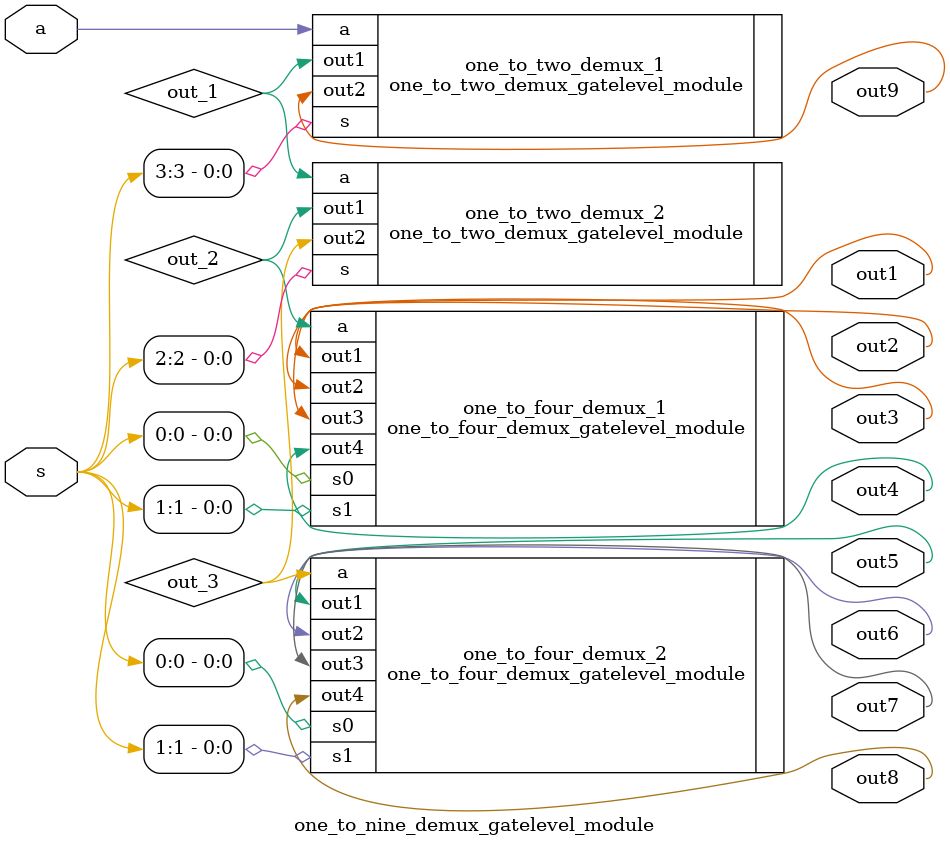
<source format=v>
module one_to_nine_demux_gatelevel_module (a, s, out1,out2,out3,out4,out5,out6,out7,out8,out9);
	input a;
    input [3:0] s;
    output out1;
    output out2;
    output out3;
    output out4;
    output out5;
    output out6;
    output out7;
    output out8;
    output out9;

    wire out_1,out_2,out_3;
    one_to_two_demux_gatelevel_module one_to_two_demux_1(
        .a(a), 
        .s(s[3]), 
        .out1(out_1),
        .out2(out9)
    );    
    one_to_two_demux_gatelevel_module one_to_two_demux_2(
        .a(out_1), 
        .s(s[2]), 
        .out1(out_2),
        .out2(out_3)
    );
    one_to_four_demux_gatelevel_module one_to_four_demux_1(
        .a(out_2), 
        .s0(s[0]), 
        .s1(s[1]),
        .out1(out1),
        .out2(out2), 
        .out3(out3), 
        .out4(out4)
    );
    one_to_four_demux_gatelevel_module one_to_four_demux_2(
        .a(out_3), 
        .s0(s[0]), 
        .s1(s[1]),
        .out1(out5),
        .out2(out6), 
        .out3(out7), 
        .out4(out8)
    );

endmodule

</source>
